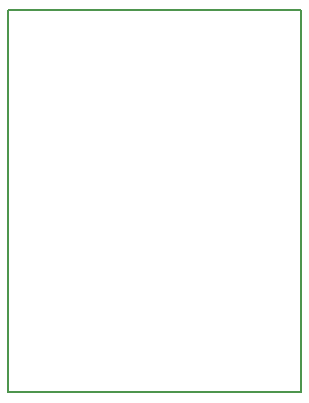
<source format=gm1>
G04 #@! TF.FileFunction,Profile,NP*
%FSLAX46Y46*%
G04 Gerber Fmt 4.6, Leading zero omitted, Abs format (unit mm)*
G04 Created by KiCad (PCBNEW 4.0.7) date 03/06/18 20:44:10*
%MOMM*%
%LPD*%
G01*
G04 APERTURE LIST*
%ADD10C,0.020000*%
%ADD11C,0.150000*%
G04 APERTURE END LIST*
D10*
D11*
X125095000Y-125730000D02*
X149860000Y-125730000D01*
X125095000Y-93345000D02*
X125095000Y-125730000D01*
X149860000Y-93345000D02*
X125095000Y-93345000D01*
X149860000Y-93345000D02*
X149860000Y-125730000D01*
M02*

</source>
